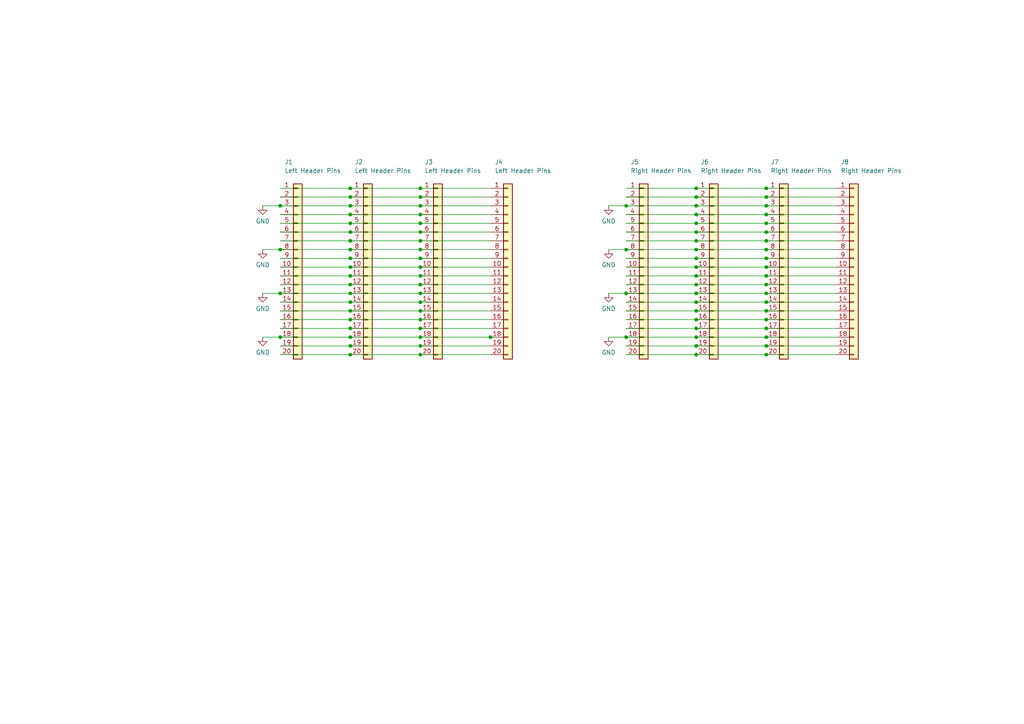
<source format=kicad_sch>
(kicad_sch (version 20211123) (generator eeschema)
  (paper "A4")
  (lib_symbols
    (symbol "Conn_01x20_1" (pin_names (offset 1.016) hide)
      (property "Reference" "J" (at 0 25.4 0))
      (property "Value" "Conn_01x20_1" (at 0 -27.94 0))
      (symbol "Conn_01x20_1_1_1"
        (rectangle (start -1.27 -25.273) (end 0 -25.527) (stroke (width 0.1524)))
        (rectangle (start -1.27 -22.733) (end 0 -22.987) (stroke (width 0.1524)))
        (rectangle (start -1.27 -20.193) (end 0 -20.447) (stroke (width 0.1524)))
        (rectangle (start -1.27 -17.653) (end 0 -17.907) (stroke (width 0.1524)))
        (rectangle (start -1.27 -15.113) (end 0 -15.367) (stroke (width 0.1524)))
        (rectangle (start -1.27 -12.573) (end 0 -12.827) (stroke (width 0.1524)))
        (rectangle (start -1.27 -10.033) (end 0 -10.287) (stroke (width 0.1524)))
        (rectangle (start -1.27 -7.493) (end 0 -7.747) (stroke (width 0.1524)))
        (rectangle (start -1.27 -4.953) (end 0 -5.207) (stroke (width 0.1524)))
        (rectangle (start -1.27 -2.413) (end 0 -2.667) (stroke (width 0.1524)))
        (rectangle (start -1.27 0.127) (end 0 -0.127) (stroke (width 0.1524)))
        (rectangle (start -1.27 2.667) (end 0 2.413) (stroke (width 0.1524)))
        (rectangle (start -1.27 5.207) (end 0 4.953) (stroke (width 0.1524)))
        (rectangle (start -1.27 7.747) (end 0 7.493) (stroke (width 0.1524)))
        (rectangle (start -1.27 10.287) (end 0 10.033) (stroke (width 0.1524)))
        (rectangle (start -1.27 12.827) (end 0 12.573) (stroke (width 0.1524)))
        (rectangle (start -1.27 15.367) (end 0 15.113) (stroke (width 0.1524)))
        (rectangle (start -1.27 17.907) (end 0 17.653) (stroke (width 0.1524)))
        (rectangle (start -1.27 20.447) (end 0 20.193) (stroke (width 0.1524)))
        (rectangle (start -1.27 22.987) (end 0 22.733) (stroke (width 0.1524)))
        (rectangle (start -1.27 24.13) (end 1.27 -26.67) (stroke (width 0.254)) (fill (type background)))
        (pin passive line (at -5.08 22.86 0) (length 3.81) (name "Pin_1") (number "1") (alternate "" input line))
        (pin passive line (at -5.08 0 0) (length 3.81) (name "Pin_10") (number "10") (alternate "" input line))
        (pin passive line (at -5.08 -2.54 0) (length 3.81) (name "Pin_11") (number "11") (alternate "" input line))
        (pin passive line (at -5.08 -5.08 0) (length 3.81) (name "Pin_12") (number "12") (alternate "" input line))
        (pin passive line (at -5.08 -7.62 0) (length 3.81) (name "Pin_13") (number "13") (alternate "" input line))
        (pin passive line (at -5.08 -10.16 0) (length 3.81) (name "Pin_14") (number "14") (alternate "" input line))
        (pin passive line (at -5.08 -12.7 0) (length 3.81) (name "Pin_15") (number "15") (alternate "" input line))
        (pin passive line (at -5.08 -15.24 0) (length 3.81) (name "Pin_16") (number "16") (alternate "" input line))
        (pin passive line (at -5.08 -17.78 0) (length 3.81) (name "Pin_17") (number "17") (alternate "" input line))
        (pin passive line (at -5.08 -20.32 0) (length 3.81) (name "Pin_18") (number "18") (alternate "" input line))
        (pin passive line (at -5.08 -22.86 0) (length 3.81) (name "Pin_19") (number "19") (alternate "" input line))
        (pin passive line (at -5.08 20.32 0) (length 3.81) (name "Pin_2") (number "2") (alternate "" input line))
        (pin passive line (at -5.08 -25.4 0) (length 3.81) (name "Pin_20") (number "20") (alternate "" input line))
        (pin passive line (at -5.08 17.78 0) (length 3.81) (name "Pin_3") (number "3") (alternate "" input line))
        (pin passive line (at -5.08 15.24 0) (length 3.81) (name "Pin_4") (number "4") (alternate "" input line))
        (pin passive line (at -5.08 12.7 0) (length 3.81) (name "Pin_5") (number "5") (alternate "" input line))
        (pin passive line (at -5.08 10.16 0) (length 3.81) (name "Pin_6") (number "6") (alternate "" input line))
        (pin passive line (at -5.08 7.62 0) (length 3.81) (name "Pin_7") (number "7") (alternate "" input line))
        (pin passive line (at -5.08 5.08 0) (length 3.81) (name "Pin_8") (number "8") (alternate "" input line))
        (pin passive line (at -5.08 2.54 0) (length 3.81) (name "Pin_9") (number "9") (alternate "" input line))
      )
    )
    (symbol "Connector_Generic:Conn_01x20" (pin_names (offset 1.016) hide)
      (property "Reference" "J" (at 0 25.4 0))
      (property "Value" "Conn_01x20" (at 0 -27.94 0))
      (symbol "Conn_01x20_1_1"
        (rectangle (start -1.27 -25.273) (end 0 -25.527) (stroke (width 0.1524)))
        (rectangle (start -1.27 -22.733) (end 0 -22.987) (stroke (width 0.1524)))
        (rectangle (start -1.27 -20.193) (end 0 -20.447) (stroke (width 0.1524)))
        (rectangle (start -1.27 -17.653) (end 0 -17.907) (stroke (width 0.1524)))
        (rectangle (start -1.27 -15.113) (end 0 -15.367) (stroke (width 0.1524)))
        (rectangle (start -1.27 -12.573) (end 0 -12.827) (stroke (width 0.1524)))
        (rectangle (start -1.27 -10.033) (end 0 -10.287) (stroke (width 0.1524)))
        (rectangle (start -1.27 -7.493) (end 0 -7.747) (stroke (width 0.1524)))
        (rectangle (start -1.27 -4.953) (end 0 -5.207) (stroke (width 0.1524)))
        (rectangle (start -1.27 -2.413) (end 0 -2.667) (stroke (width 0.1524)))
        (rectangle (start -1.27 0.127) (end 0 -0.127) (stroke (width 0.1524)))
        (rectangle (start -1.27 2.667) (end 0 2.413) (stroke (width 0.1524)))
        (rectangle (start -1.27 5.207) (end 0 4.953) (stroke (width 0.1524)))
        (rectangle (start -1.27 7.747) (end 0 7.493) (stroke (width 0.1524)))
        (rectangle (start -1.27 10.287) (end 0 10.033) (stroke (width 0.1524)))
        (rectangle (start -1.27 12.827) (end 0 12.573) (stroke (width 0.1524)))
        (rectangle (start -1.27 15.367) (end 0 15.113) (stroke (width 0.1524)))
        (rectangle (start -1.27 17.907) (end 0 17.653) (stroke (width 0.1524)))
        (rectangle (start -1.27 20.447) (end 0 20.193) (stroke (width 0.1524)))
        (rectangle (start -1.27 22.987) (end 0 22.733) (stroke (width 0.1524)))
        (rectangle (start -1.27 24.13) (end 1.27 -26.67) (stroke (width 0.254)) (fill (type background)))
        (pin passive line (at -5.08 22.86 0) (length 3.81) (name "Pin_1") (number "1"))
        (pin passive line (at -5.08 0 0) (length 3.81) (name "Pin_10") (number "10"))
        (pin passive line (at -5.08 -2.54 0) (length 3.81) (name "Pin_11") (number "11"))
        (pin passive line (at -5.08 -5.08 0) (length 3.81) (name "Pin_12") (number "12"))
        (pin passive line (at -5.08 -7.62 0) (length 3.81) (name "Pin_13") (number "13"))
        (pin passive line (at -5.08 -10.16 0) (length 3.81) (name "Pin_14") (number "14"))
        (pin passive line (at -5.08 -12.7 0) (length 3.81) (name "Pin_15") (number "15"))
        (pin passive line (at -5.08 -15.24 0) (length 3.81) (name "Pin_16") (number "16"))
        (pin passive line (at -5.08 -17.78 0) (length 3.81) (name "Pin_17") (number "17"))
        (pin passive line (at -5.08 -20.32 0) (length 3.81) (name "Pin_18") (number "18"))
        (pin passive line (at -5.08 -22.86 0) (length 3.81) (name "Pin_19") (number "19"))
        (pin passive line (at -5.08 20.32 0) (length 3.81) (name "Pin_2") (number "2"))
        (pin passive line (at -5.08 -25.4 0) (length 3.81) (name "Pin_20") (number "20"))
        (pin passive line (at -5.08 17.78 0) (length 3.81) (name "Pin_3") (number "3"))
        (pin passive line (at -5.08 15.24 0) (length 3.81) (name "Pin_4") (number "4"))
        (pin passive line (at -5.08 12.7 0) (length 3.81) (name "Pin_5") (number "5"))
        (pin passive line (at -5.08 10.16 0) (length 3.81) (name "Pin_6") (number "6"))
        (pin passive line (at -5.08 7.62 0) (length 3.81) (name "Pin_7") (number "7"))
        (pin passive line (at -5.08 5.08 0) (length 3.81) (name "Pin_8") (number "8"))
        (pin passive line (at -5.08 2.54 0) (length 3.81) (name "Pin_9") (number "9"))
      )
    )
    (symbol "power:GND" (power) (pin_names (offset 0))
      (property "Value" "GND" (at 0 -3.81 0))
      (symbol "GND_0_1"
        (polyline (pts (xy 0 0) (xy 0 -1.27) (xy 1.27 -1.27) (xy 0 -2.54) (xy -1.27 -1.27) (xy 0 -1.27)))
      )
      (symbol "GND_1_1"
        (pin power_in line (at 0 0 270) (length 0) hide (name "GND") (number "1"))
      )
    )
  )
  (junction (at 101.6 92.71))
  (junction (at 81.28 59.69))
  (junction (at 222.25 92.71))
  (junction (at 222.25 80.01))
  (junction (at 201.93 72.39))
  (junction (at 201.93 100.33))
  (junction (at 201.93 95.25))
  (junction (at 121.92 92.71))
  (junction (at 101.6 90.17))
  (junction (at 222.25 72.39))
  (junction (at 201.93 77.47))
  (junction (at 222.25 69.85))
  (junction (at 101.6 87.63))
  (junction (at 201.93 54.61))
  (junction (at 101.6 85.09))
  (junction (at 222.25 54.61))
  (junction (at 101.6 100.33))
  (junction (at 201.93 57.15))
  (junction (at 101.6 67.31))
  (junction (at 121.92 69.85))
  (junction (at 81.28 72.39))
  (junction (at 222.25 90.17))
  (junction (at 121.92 102.87))
  (junction (at 121.92 80.01))
  (junction (at 101.6 69.85))
  (junction (at 101.6 72.39))
  (junction (at 101.6 57.15))
  (junction (at 201.93 59.69))
  (junction (at 101.6 64.77))
  (junction (at 201.93 82.55))
  (junction (at 201.93 80.01))
  (junction (at 201.93 97.79))
  (junction (at 121.92 82.55))
  (junction (at 101.6 62.23))
  (junction (at 81.28 97.79))
  (junction (at 121.92 74.93))
  (junction (at 181.61 85.09))
  (junction (at 181.61 72.39))
  (junction (at 222.25 77.47))
  (junction (at 101.6 95.25))
  (junction (at 101.6 82.55))
  (junction (at 201.93 62.23))
  (junction (at 101.6 102.87))
  (junction (at 101.6 80.01))
  (junction (at 121.92 57.15))
  (junction (at 101.6 77.47))
  (junction (at 201.93 102.87))
  (junction (at 222.25 62.23))
  (junction (at 101.6 54.61))
  (junction (at 121.92 64.77))
  (junction (at 201.93 74.93))
  (junction (at 222.25 95.25))
  (junction (at 201.93 64.77))
  (junction (at 121.92 95.25))
  (junction (at 121.92 72.39))
  (junction (at 121.92 59.69))
  (junction (at 121.92 54.61))
  (junction (at 222.25 67.31))
  (junction (at 101.6 97.79))
  (junction (at 222.25 97.79))
  (junction (at 222.25 102.87))
  (junction (at 121.92 97.79))
  (junction (at 142.24 97.79))
  (junction (at 222.25 64.77))
  (junction (at 121.92 90.17))
  (junction (at 121.92 87.63))
  (junction (at 222.25 85.09))
  (junction (at 121.92 85.09))
  (junction (at 121.92 62.23))
  (junction (at 222.25 100.33))
  (junction (at 222.25 74.93))
  (junction (at 81.28 85.09))
  (junction (at 101.6 74.93))
  (junction (at 222.25 87.63))
  (junction (at 201.93 87.63))
  (junction (at 222.25 82.55))
  (junction (at 201.93 85.09))
  (junction (at 181.61 97.79))
  (junction (at 201.93 90.17))
  (junction (at 222.25 57.15))
  (junction (at 201.93 69.85))
  (junction (at 121.92 100.33))
  (junction (at 121.92 77.47))
  (junction (at 121.92 67.31))
  (junction (at 101.6 59.69))
  (junction (at 222.25 59.69))
  (junction (at 181.61 59.69))
  (junction (at 201.93 92.71))
  (junction (at 201.93 67.31))
  (wire (pts (xy 181.61 97.79) (xy 201.93 97.79)))
  (wire (pts (xy 222.25 87.63) (xy 242.57 87.63)))
  (wire (pts (xy 181.61 64.77) (xy 201.93 64.77)))
  (wire (pts (xy 201.93 74.93) (xy 222.25 74.93)))
  (wire (pts (xy 181.61 90.17) (xy 201.93 90.17)))
  (wire (pts (xy 201.93 102.87) (xy 222.25 102.87)))
  (wire (pts (xy 222.25 95.25) (xy 242.57 95.25)))
  (wire (pts (xy 201.93 82.55) (xy 222.25 82.55)))
  (wire (pts (xy 222.25 54.61) (xy 242.57 54.61)))
  (wire (pts (xy 121.92 59.69) (xy 142.24 59.69)))
  (wire (pts (xy 101.6 102.87) (xy 121.92 102.87)))
  (wire (pts (xy 101.6 82.55) (xy 121.92 82.55)))
  (wire (pts (xy 121.92 82.55) (xy 142.24 82.55)))
  (wire (pts (xy 201.93 72.39) (xy 222.25 72.39)))
  (wire (pts (xy 101.6 64.77) (xy 121.92 64.77)))
  (wire (pts (xy 121.92 100.33) (xy 142.24 100.33)))
  (wire (pts (xy 81.28 92.71) (xy 101.6 92.71)))
  (wire (pts (xy 222.25 97.79) (xy 242.57 97.79)))
  (wire (pts (xy 81.28 74.93) (xy 101.6 74.93)))
  (wire (pts (xy 222.25 74.93) (xy 242.57 74.93)))
  (wire (pts (xy 101.6 95.25) (xy 121.92 95.25)))
  (wire (pts (xy 201.93 85.09) (xy 222.25 85.09)))
  (wire (pts (xy 81.28 87.63) (xy 101.6 87.63)))
  (wire (pts (xy 201.93 57.15) (xy 222.25 57.15)))
  (wire (pts (xy 181.61 74.93) (xy 201.93 74.93)))
  (wire (pts (xy 121.92 54.61) (xy 142.24 54.61)))
  (wire (pts (xy 101.6 97.79) (xy 121.92 97.79)))
  (wire (pts (xy 121.92 74.93) (xy 142.24 74.93)))
  (wire (pts (xy 181.61 57.15) (xy 201.93 57.15)))
  (wire (pts (xy 181.61 100.33) (xy 201.93 100.33)))
  (wire (pts (xy 121.92 64.77) (xy 142.24 64.77)))
  (wire (pts (xy 142.24 97.79) (xy 143.51 97.79)))
  (wire (pts (xy 81.28 69.85) (xy 101.6 69.85)))
  (wire (pts (xy 81.28 102.87) (xy 101.6 102.87)))
  (wire (pts (xy 101.6 77.47) (xy 121.92 77.47)))
  (wire (pts (xy 121.92 77.47) (xy 142.24 77.47)))
  (wire (pts (xy 121.92 72.39) (xy 142.24 72.39)))
  (wire (pts (xy 81.28 57.15) (xy 101.6 57.15)))
  (wire (pts (xy 222.25 62.23) (xy 242.57 62.23)))
  (wire (pts (xy 101.6 67.31) (xy 121.92 67.31)))
  (wire (pts (xy 101.6 72.39) (xy 121.92 72.39)))
  (wire (pts (xy 76.2 72.39) (xy 81.28 72.39)))
  (wire (pts (xy 121.92 69.85) (xy 142.24 69.85)))
  (wire (pts (xy 101.6 57.15) (xy 121.92 57.15)))
  (wire (pts (xy 121.92 95.25) (xy 142.24 95.25)))
  (wire (pts (xy 222.25 90.17) (xy 242.57 90.17)))
  (wire (pts (xy 81.28 85.09) (xy 101.6 85.09)))
  (wire (pts (xy 201.93 87.63) (xy 222.25 87.63)))
  (wire (pts (xy 81.28 97.79) (xy 101.6 97.79)))
  (wire (pts (xy 222.25 102.87) (xy 242.57 102.87)))
  (wire (pts (xy 121.92 97.79) (xy 142.24 97.79)))
  (wire (pts (xy 81.28 67.31) (xy 101.6 67.31)))
  (wire (pts (xy 81.28 64.77) (xy 101.6 64.77)))
  (wire (pts (xy 181.61 92.71) (xy 201.93 92.71)))
  (wire (pts (xy 181.61 95.25) (xy 201.93 95.25)))
  (wire (pts (xy 222.25 80.01) (xy 242.57 80.01)))
  (wire (pts (xy 121.92 57.15) (xy 142.24 57.15)))
  (wire (pts (xy 201.93 95.25) (xy 222.25 95.25)))
  (wire (pts (xy 101.6 69.85) (xy 121.92 69.85)))
  (wire (pts (xy 181.61 87.63) (xy 201.93 87.63)))
  (wire (pts (xy 181.61 77.47) (xy 201.93 77.47)))
  (wire (pts (xy 201.93 90.17) (xy 222.25 90.17)))
  (wire (pts (xy 201.93 100.33) (xy 222.25 100.33)))
  (wire (pts (xy 222.25 69.85) (xy 242.57 69.85)))
  (wire (pts (xy 101.6 59.69) (xy 121.92 59.69)))
  (wire (pts (xy 81.28 100.33) (xy 101.6 100.33)))
  (wire (pts (xy 81.28 59.69) (xy 101.6 59.69)))
  (wire (pts (xy 181.61 85.09) (xy 201.93 85.09)))
  (wire (pts (xy 121.92 85.09) (xy 142.24 85.09)))
  (wire (pts (xy 201.93 80.01) (xy 222.25 80.01)))
  (wire (pts (xy 121.92 90.17) (xy 142.24 90.17)))
  (wire (pts (xy 222.25 57.15) (xy 242.57 57.15)))
  (wire (pts (xy 176.53 85.09) (xy 181.61 85.09)))
  (wire (pts (xy 181.61 80.01) (xy 201.93 80.01)))
  (wire (pts (xy 181.61 54.61) (xy 201.93 54.61)))
  (wire (pts (xy 121.92 62.23) (xy 142.24 62.23)))
  (wire (pts (xy 101.6 80.01) (xy 121.92 80.01)))
  (wire (pts (xy 201.93 54.61) (xy 222.25 54.61)))
  (wire (pts (xy 176.53 97.79) (xy 181.61 97.79)))
  (wire (pts (xy 181.61 67.31) (xy 201.93 67.31)))
  (wire (pts (xy 81.28 82.55) (xy 101.6 82.55)))
  (wire (pts (xy 101.6 62.23) (xy 121.92 62.23)))
  (wire (pts (xy 81.28 62.23) (xy 101.6 62.23)))
  (wire (pts (xy 181.61 69.85) (xy 201.93 69.85)))
  (wire (pts (xy 222.25 77.47) (xy 242.57 77.47)))
  (wire (pts (xy 222.25 82.55) (xy 242.57 82.55)))
  (wire (pts (xy 181.61 102.87) (xy 201.93 102.87)))
  (wire (pts (xy 101.6 90.17) (xy 121.92 90.17)))
  (wire (pts (xy 121.92 87.63) (xy 142.24 87.63)))
  (wire (pts (xy 76.2 85.09) (xy 81.28 85.09)))
  (wire (pts (xy 121.92 67.31) (xy 142.24 67.31)))
  (wire (pts (xy 222.25 67.31) (xy 242.57 67.31)))
  (wire (pts (xy 81.28 90.17) (xy 101.6 90.17)))
  (wire (pts (xy 222.25 59.69) (xy 242.57 59.69)))
  (wire (pts (xy 176.53 72.39) (xy 181.61 72.39)))
  (wire (pts (xy 222.25 72.39) (xy 242.57 72.39)))
  (wire (pts (xy 222.25 64.77) (xy 242.57 64.77)))
  (wire (pts (xy 181.61 72.39) (xy 201.93 72.39)))
  (wire (pts (xy 76.2 97.79) (xy 81.28 97.79)))
  (wire (pts (xy 101.6 74.93) (xy 121.92 74.93)))
  (wire (pts (xy 222.25 92.71) (xy 242.57 92.71)))
  (wire (pts (xy 101.6 92.71) (xy 121.92 92.71)))
  (wire (pts (xy 222.25 85.09) (xy 242.57 85.09)))
  (wire (pts (xy 176.53 59.69) (xy 181.61 59.69)))
  (wire (pts (xy 81.28 72.39) (xy 101.6 72.39)))
  (wire (pts (xy 101.6 85.09) (xy 121.92 85.09)))
  (wire (pts (xy 201.93 67.31) (xy 222.25 67.31)))
  (wire (pts (xy 181.61 59.69) (xy 201.93 59.69)))
  (wire (pts (xy 201.93 77.47) (xy 222.25 77.47)))
  (wire (pts (xy 201.93 69.85) (xy 222.25 69.85)))
  (wire (pts (xy 81.28 54.61) (xy 101.6 54.61)))
  (wire (pts (xy 81.28 95.25) (xy 101.6 95.25)))
  (wire (pts (xy 121.92 92.71) (xy 142.24 92.71)))
  (wire (pts (xy 181.61 62.23) (xy 201.93 62.23)))
  (wire (pts (xy 81.28 80.01) (xy 101.6 80.01)))
  (wire (pts (xy 181.61 82.55) (xy 201.93 82.55)))
  (wire (pts (xy 201.93 62.23) (xy 222.25 62.23)))
  (wire (pts (xy 201.93 59.69) (xy 222.25 59.69)))
  (wire (pts (xy 81.28 77.47) (xy 101.6 77.47)))
  (wire (pts (xy 201.93 64.77) (xy 222.25 64.77)))
  (wire (pts (xy 222.25 100.33) (xy 242.57 100.33)))
  (wire (pts (xy 201.93 97.79) (xy 222.25 97.79)))
  (wire (pts (xy 121.92 102.87) (xy 142.24 102.87)))
  (wire (pts (xy 121.92 80.01) (xy 142.24 80.01)))
  (wire (pts (xy 101.6 54.61) (xy 121.92 54.61)))
  (wire (pts (xy 76.2 59.69) (xy 81.28 59.69)))
  (wire (pts (xy 201.93 92.71) (xy 222.25 92.71)))
  (wire (pts (xy 101.6 87.63) (xy 121.92 87.63)))
  (wire (pts (xy 101.6 100.33) (xy 121.92 100.33)))
  (symbol (lib_id "power:GND") (at 76.2 97.79 0) (unit 1)
    (property "Reference" "#PWR0106" (effects hide))
    (property "Value" "GND" (at 76.2 102.2334 0))
  )
  (symbol (lib_id "power:GND") (at 176.53 97.79 0) (unit 1)
    (property "Reference" "#PWR0101" (effects hide))
    (property "Value" "GND" (at 176.53 102.2334 0))
  )
  (symbol (lib_id "Connector_Generic:Conn_01x20") (at 127 77.47 0) (unit 1)
    (property "Reference" "J3" (at 123.19 46.99 0) (effects (justify left)))
    (property "Value" "Left Header Pins" (at 123.19 49.5269 0) (effects (justify left)))
    (property "Footprint" "Library:PinHeader_1x20_P2.54mm_Vertical_Uniform" (effects hide))
  )
  (symbol (lib_id "Connector_Generic:Conn_01x20") (at 86.36 77.47 0) (unit 1)
    (property "Reference" "J1" (at 82.55 46.99 0) (effects (justify left)))
    (property "Value" "Left Header Pins" (at 82.55 49.5269 0) (effects (justify left)))
    (property "Footprint" "Library:PinHeader_1x20_P2.54mm_Vertical_Uniform" (effects hide))
  )
  (symbol (lib_id "power:GND") (at 176.53 72.39 0) (unit 1)
    (property "Reference" "#PWR0102" (effects hide))
    (property "Value" "GND" (at 176.53 76.8334 0))
  )
  (symbol (lib_id "Connector_Generic:Conn_01x20") (at 227.33 77.47 0) (unit 1)
    (property "Reference" "J7" (at 223.52 46.99 0) (effects (justify left)))
    (property "Value" "Right Header Pins" (at 223.52 49.5269 0) (effects (justify left)))
    (property "Footprint" "Library:PinHeader_1x20_P2.54mm_Vertical_Uniform" (effects hide))
  )
  (symbol (lib_id "power:GND") (at 76.2 59.69 0) (unit 1)
    (property "Reference" "#PWR0105" (effects hide))
    (property "Value" "GND" (at 76.2 64.1334 0))
  )
  (symbol (lib_id "Connector_Generic:Conn_01x20") (at 106.68 77.47 0) (unit 1)
    (property "Reference" "J2" (at 102.87 46.99 0) (effects (justify left)))
    (property "Value" "Left Header Pins" (at 102.87 49.5269 0) (effects (justify left)))
    (property "Footprint" "Library:PinHeader_1x20_P2.54mm_Vertical_Uniform" (effects hide))
  )
  (symbol (lib_id "Connector_Generic:Conn_01x20") (at 207.01 77.47 0) (unit 1)
    (property "Reference" "J6" (at 203.2 46.99 0) (effects (justify left)))
    (property "Value" "Right Header Pins" (at 203.2 49.5269 0) (effects (justify left)))
    (property "Footprint" "Library:PinHeader_1x20_P2.54mm_Vertical_Uniform" (effects hide))
  )
  (symbol (lib_id "Connector_Generic:Conn_01x20") (at 147.32 77.47 0) (unit 1)
    (property "Reference" "J4" (at 143.51 46.99 0) (effects (justify left)))
    (property "Value" "Left Header Pins" (at 143.51 49.5269 0) (effects (justify left)))
    (property "Footprint" "Library:PinHeader_1x20_P2.54mm_Vertical_Uniform" (effects hide))
  )
  (symbol (lib_id "power:GND") (at 176.53 59.69 0) (unit 1)
    (property "Reference" "#PWR0103" (effects hide))
    (property "Value" "GND" (at 176.53 64.1334 0))
  )
  (symbol (lib_id "power:GND") (at 76.2 72.39 0) (unit 1)
    (property "Reference" "#PWR0108" (effects hide))
    (property "Value" "GND" (at 76.2 76.8334 0))
  )
  (symbol (lib_id "power:GND") (at 76.2 85.09 0) (unit 1)
    (property "Reference" "#PWR0107" (effects hide))
    (property "Value" "GND" (at 76.2 89.5334 0))
  )
  (symbol (lib_name "Conn_01x20_1") (lib_id "Connector_Generic:Conn_01x20") (at 186.69 77.47 0) (unit 1)
    (property "Reference" "J5" (at 182.88 46.99 0) (effects (justify left)))
    (property "Value" "Right Header Pins" (at 182.88 49.5269 0) (effects (justify left)))
    (property "Footprint" "Library:PinHeader_1x20_P2.54mm_Vertical_Uniform" (effects hide))
  )
  (symbol (lib_id "power:GND") (at 176.53 85.09 0) (unit 1)
    (property "Reference" "#PWR0104" (effects hide))
    (property "Value" "GND" (at 176.53 89.5334 0))
  )
  (symbol (lib_id "Connector_Generic:Conn_01x20") (at 247.65 77.47 0) (unit 1)
    (property "Reference" "J8" (at 243.84 46.99 0) (effects (justify left)))
    (property "Value" "Right Header Pins" (at 243.84 49.5269 0) (effects (justify left)))
    (property "Footprint" "Library:PinHeader_1x20_P2.54mm_Vertical_Uniform" (effects hide))
  )
)
</source>
